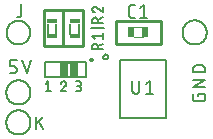
<source format=gto>
G04 EAGLE Gerber X2 export*
%TF.Part,Single*%
%TF.FileFunction,Other,Top Silkscreen*%
%TF.FilePolarity,Positive*%
%TF.GenerationSoftware,Autodesk,EAGLE,9.6.2*%
%TF.CreationDate,2024-01-02T09:51:12Z*%
G75*
%MOMM*%
%FSLAX34Y34*%
%LPD*%
%INTop Silkscreen*%
%AMOC8*
5,1,8,0,0,1.08239X$1,22.5*%
G01*
%ADD10C,0.203200*%
%ADD11C,0.152400*%
%ADD12C,0.254000*%
%ADD13C,0.200000*%
%ADD14C,0.127000*%
%ADD15C,0.101600*%
%ADD16R,0.500100X0.950000*%
%ADD17R,0.863600X0.406400*%
%ADD18R,0.650000X1.400000*%


D10*
X5217Y54465D02*
X8773Y54465D01*
X8868Y54467D01*
X8964Y54473D01*
X9059Y54482D01*
X9153Y54496D01*
X9247Y54513D01*
X9340Y54534D01*
X9433Y54559D01*
X9524Y54587D01*
X9614Y54619D01*
X9702Y54655D01*
X9789Y54694D01*
X9875Y54737D01*
X9959Y54783D01*
X10040Y54832D01*
X10120Y54885D01*
X10197Y54941D01*
X10273Y54999D01*
X10345Y55061D01*
X10415Y55126D01*
X10483Y55194D01*
X10548Y55264D01*
X10610Y55336D01*
X10668Y55412D01*
X10724Y55489D01*
X10777Y55569D01*
X10826Y55651D01*
X10872Y55734D01*
X10915Y55820D01*
X10954Y55907D01*
X10990Y55995D01*
X11022Y56085D01*
X11050Y56176D01*
X11075Y56269D01*
X11096Y56362D01*
X11113Y56456D01*
X11127Y56550D01*
X11136Y56645D01*
X11142Y56741D01*
X11144Y56836D01*
X11144Y58021D01*
X11142Y58116D01*
X11136Y58212D01*
X11127Y58307D01*
X11113Y58401D01*
X11096Y58495D01*
X11075Y58588D01*
X11050Y58681D01*
X11022Y58772D01*
X10990Y58862D01*
X10954Y58950D01*
X10915Y59037D01*
X10872Y59123D01*
X10826Y59207D01*
X10777Y59288D01*
X10724Y59368D01*
X10668Y59445D01*
X10610Y59521D01*
X10548Y59593D01*
X10483Y59663D01*
X10415Y59731D01*
X10345Y59796D01*
X10273Y59858D01*
X10197Y59916D01*
X10120Y59972D01*
X10040Y60025D01*
X9959Y60074D01*
X9875Y60120D01*
X9789Y60163D01*
X9702Y60202D01*
X9614Y60238D01*
X9524Y60270D01*
X9433Y60298D01*
X9340Y60323D01*
X9247Y60344D01*
X9153Y60361D01*
X9059Y60375D01*
X8964Y60384D01*
X8868Y60390D01*
X8773Y60392D01*
X5217Y60392D01*
X5217Y65133D01*
X11144Y65133D01*
X16054Y65133D02*
X19610Y54465D01*
X23166Y65133D01*
X108797Y101346D02*
X111167Y101346D01*
X108797Y101346D02*
X108702Y101348D01*
X108606Y101354D01*
X108511Y101363D01*
X108417Y101377D01*
X108323Y101394D01*
X108230Y101415D01*
X108137Y101440D01*
X108046Y101468D01*
X107956Y101500D01*
X107868Y101536D01*
X107781Y101575D01*
X107695Y101618D01*
X107611Y101664D01*
X107530Y101713D01*
X107450Y101766D01*
X107373Y101822D01*
X107297Y101880D01*
X107225Y101942D01*
X107155Y102007D01*
X107087Y102075D01*
X107022Y102145D01*
X106960Y102217D01*
X106902Y102293D01*
X106846Y102370D01*
X106793Y102450D01*
X106744Y102532D01*
X106698Y102615D01*
X106655Y102701D01*
X106616Y102788D01*
X106580Y102876D01*
X106548Y102966D01*
X106520Y103057D01*
X106495Y103150D01*
X106474Y103243D01*
X106457Y103337D01*
X106443Y103431D01*
X106434Y103526D01*
X106428Y103622D01*
X106426Y103717D01*
X106426Y109643D01*
X106428Y109738D01*
X106434Y109834D01*
X106443Y109929D01*
X106457Y110023D01*
X106474Y110117D01*
X106495Y110210D01*
X106520Y110303D01*
X106548Y110394D01*
X106580Y110484D01*
X106616Y110572D01*
X106655Y110659D01*
X106698Y110745D01*
X106744Y110828D01*
X106793Y110910D01*
X106846Y110990D01*
X106902Y111067D01*
X106960Y111143D01*
X107022Y111215D01*
X107087Y111285D01*
X107155Y111353D01*
X107225Y111418D01*
X107297Y111480D01*
X107373Y111538D01*
X107450Y111594D01*
X107530Y111647D01*
X107611Y111696D01*
X107695Y111742D01*
X107781Y111785D01*
X107868Y111824D01*
X107956Y111860D01*
X108046Y111892D01*
X108137Y111920D01*
X108230Y111945D01*
X108323Y111966D01*
X108417Y111983D01*
X108511Y111997D01*
X108606Y112006D01*
X108701Y112012D01*
X108797Y112014D01*
X111167Y112014D01*
X116001Y109643D02*
X118964Y112014D01*
X118964Y101346D01*
X116001Y101346D02*
X121927Y101346D01*
X165033Y36544D02*
X165033Y34766D01*
X165033Y36544D02*
X170960Y36544D01*
X170960Y32988D01*
X170958Y32893D01*
X170952Y32797D01*
X170943Y32702D01*
X170929Y32608D01*
X170912Y32514D01*
X170891Y32421D01*
X170866Y32328D01*
X170838Y32237D01*
X170806Y32147D01*
X170770Y32059D01*
X170731Y31972D01*
X170688Y31886D01*
X170642Y31803D01*
X170593Y31721D01*
X170540Y31641D01*
X170484Y31564D01*
X170426Y31488D01*
X170364Y31416D01*
X170299Y31346D01*
X170231Y31278D01*
X170161Y31213D01*
X170089Y31151D01*
X170013Y31093D01*
X169936Y31037D01*
X169856Y30984D01*
X169775Y30935D01*
X169691Y30889D01*
X169605Y30846D01*
X169518Y30807D01*
X169430Y30771D01*
X169340Y30739D01*
X169249Y30711D01*
X169156Y30686D01*
X169063Y30665D01*
X168969Y30648D01*
X168875Y30634D01*
X168780Y30625D01*
X168685Y30619D01*
X168589Y30617D01*
X162663Y30617D01*
X162568Y30619D01*
X162472Y30625D01*
X162377Y30634D01*
X162283Y30648D01*
X162189Y30665D01*
X162096Y30686D01*
X162003Y30711D01*
X161912Y30739D01*
X161822Y30771D01*
X161734Y30807D01*
X161647Y30846D01*
X161561Y30889D01*
X161478Y30935D01*
X161396Y30984D01*
X161316Y31037D01*
X161239Y31093D01*
X161163Y31151D01*
X161091Y31213D01*
X161021Y31278D01*
X160953Y31346D01*
X160888Y31416D01*
X160826Y31488D01*
X160768Y31564D01*
X160712Y31641D01*
X160659Y31721D01*
X160610Y31802D01*
X160564Y31886D01*
X160521Y31972D01*
X160482Y32059D01*
X160446Y32147D01*
X160414Y32237D01*
X160386Y32328D01*
X160361Y32421D01*
X160340Y32514D01*
X160323Y32608D01*
X160309Y32702D01*
X160300Y32797D01*
X160294Y32892D01*
X160292Y32988D01*
X160292Y36544D01*
X160292Y42809D02*
X170960Y42809D01*
X170960Y48736D02*
X160292Y42809D01*
X160292Y48736D02*
X170960Y48736D01*
X170960Y55001D02*
X160292Y55001D01*
X160292Y57964D01*
X160294Y58070D01*
X160300Y58175D01*
X160309Y58281D01*
X160322Y58386D01*
X160339Y58490D01*
X160360Y58594D01*
X160384Y58697D01*
X160412Y58799D01*
X160444Y58900D01*
X160479Y58999D01*
X160518Y59098D01*
X160560Y59195D01*
X160605Y59290D01*
X160654Y59384D01*
X160707Y59476D01*
X160762Y59566D01*
X160821Y59654D01*
X160883Y59740D01*
X160948Y59823D01*
X161016Y59904D01*
X161086Y59983D01*
X161160Y60059D01*
X161236Y60133D01*
X161315Y60203D01*
X161396Y60271D01*
X161479Y60336D01*
X161565Y60398D01*
X161653Y60457D01*
X161743Y60512D01*
X161835Y60565D01*
X161929Y60614D01*
X162024Y60659D01*
X162121Y60701D01*
X162220Y60740D01*
X162319Y60775D01*
X162420Y60807D01*
X162522Y60835D01*
X162625Y60859D01*
X162729Y60880D01*
X162833Y60897D01*
X162938Y60910D01*
X163044Y60919D01*
X163149Y60925D01*
X163255Y60927D01*
X163255Y60928D02*
X167997Y60928D01*
X167997Y60927D02*
X168103Y60925D01*
X168208Y60919D01*
X168314Y60910D01*
X168419Y60897D01*
X168523Y60880D01*
X168627Y60859D01*
X168730Y60835D01*
X168832Y60807D01*
X168933Y60775D01*
X169032Y60740D01*
X169131Y60701D01*
X169228Y60659D01*
X169323Y60614D01*
X169417Y60565D01*
X169509Y60512D01*
X169599Y60457D01*
X169687Y60398D01*
X169773Y60336D01*
X169856Y60271D01*
X169937Y60203D01*
X170016Y60133D01*
X170092Y60059D01*
X170166Y59983D01*
X170236Y59904D01*
X170304Y59823D01*
X170369Y59740D01*
X170431Y59654D01*
X170490Y59566D01*
X170545Y59476D01*
X170598Y59384D01*
X170647Y59290D01*
X170692Y59195D01*
X170734Y59098D01*
X170773Y58999D01*
X170808Y58900D01*
X170840Y58799D01*
X170868Y58697D01*
X170892Y58594D01*
X170913Y58490D01*
X170930Y58386D01*
X170943Y58281D01*
X170952Y58175D01*
X170958Y58070D01*
X170960Y57964D01*
X170960Y55001D01*
X15123Y104461D02*
X15123Y112758D01*
X15123Y104461D02*
X15121Y104366D01*
X15115Y104270D01*
X15106Y104175D01*
X15092Y104081D01*
X15075Y103987D01*
X15054Y103894D01*
X15029Y103801D01*
X15001Y103710D01*
X14969Y103620D01*
X14933Y103532D01*
X14894Y103445D01*
X14851Y103359D01*
X14805Y103275D01*
X14756Y103194D01*
X14703Y103114D01*
X14647Y103037D01*
X14589Y102961D01*
X14527Y102889D01*
X14462Y102819D01*
X14394Y102751D01*
X14324Y102686D01*
X14252Y102624D01*
X14176Y102566D01*
X14099Y102510D01*
X14019Y102457D01*
X13937Y102408D01*
X13854Y102362D01*
X13768Y102319D01*
X13681Y102280D01*
X13593Y102244D01*
X13503Y102212D01*
X13412Y102184D01*
X13319Y102159D01*
X13226Y102138D01*
X13132Y102121D01*
X13038Y102107D01*
X12943Y102098D01*
X12847Y102092D01*
X12752Y102090D01*
X11567Y102090D01*
X27442Y17508D02*
X27442Y6840D01*
X27442Y10989D02*
X33369Y17508D01*
X29813Y13359D02*
X33369Y6840D01*
D11*
X75296Y74493D02*
X83932Y74493D01*
X75296Y74493D02*
X75296Y76891D01*
X75295Y76891D02*
X75297Y76988D01*
X75303Y77084D01*
X75312Y77180D01*
X75326Y77276D01*
X75343Y77371D01*
X75365Y77465D01*
X75390Y77558D01*
X75418Y77651D01*
X75451Y77742D01*
X75487Y77831D01*
X75527Y77919D01*
X75570Y78006D01*
X75616Y78091D01*
X75666Y78173D01*
X75720Y78254D01*
X75776Y78332D01*
X75836Y78408D01*
X75898Y78482D01*
X75964Y78553D01*
X76032Y78621D01*
X76103Y78687D01*
X76177Y78749D01*
X76253Y78809D01*
X76331Y78865D01*
X76412Y78919D01*
X76495Y78969D01*
X76579Y79015D01*
X76666Y79058D01*
X76754Y79098D01*
X76843Y79134D01*
X76934Y79167D01*
X77027Y79195D01*
X77120Y79220D01*
X77214Y79242D01*
X77309Y79259D01*
X77405Y79273D01*
X77501Y79282D01*
X77597Y79288D01*
X77694Y79290D01*
X77791Y79288D01*
X77887Y79282D01*
X77983Y79273D01*
X78079Y79259D01*
X78174Y79242D01*
X78268Y79220D01*
X78361Y79195D01*
X78454Y79167D01*
X78545Y79134D01*
X78634Y79098D01*
X78722Y79058D01*
X78809Y79015D01*
X78894Y78969D01*
X78976Y78919D01*
X79057Y78865D01*
X79135Y78809D01*
X79211Y78749D01*
X79285Y78687D01*
X79356Y78621D01*
X79424Y78553D01*
X79490Y78482D01*
X79552Y78408D01*
X79612Y78332D01*
X79668Y78254D01*
X79722Y78173D01*
X79772Y78091D01*
X79818Y78006D01*
X79861Y77919D01*
X79901Y77831D01*
X79937Y77742D01*
X79970Y77651D01*
X79998Y77558D01*
X80023Y77465D01*
X80045Y77371D01*
X80062Y77276D01*
X80076Y77180D01*
X80085Y77084D01*
X80091Y76988D01*
X80093Y76891D01*
X80093Y74493D01*
X80093Y77371D02*
X83932Y79290D01*
X77215Y83552D02*
X75296Y85951D01*
X83932Y85951D01*
X83932Y83552D02*
X83932Y88350D01*
X85371Y92352D02*
X73856Y92352D01*
X75296Y96743D02*
X83932Y96743D01*
X75296Y96743D02*
X75296Y99142D01*
X75295Y99142D02*
X75297Y99239D01*
X75303Y99335D01*
X75312Y99431D01*
X75326Y99527D01*
X75343Y99622D01*
X75365Y99716D01*
X75390Y99809D01*
X75418Y99902D01*
X75451Y99993D01*
X75487Y100082D01*
X75527Y100170D01*
X75570Y100257D01*
X75616Y100342D01*
X75666Y100424D01*
X75720Y100505D01*
X75776Y100583D01*
X75836Y100659D01*
X75898Y100733D01*
X75964Y100804D01*
X76032Y100872D01*
X76103Y100938D01*
X76177Y101000D01*
X76253Y101060D01*
X76331Y101116D01*
X76412Y101170D01*
X76495Y101220D01*
X76579Y101266D01*
X76666Y101309D01*
X76754Y101349D01*
X76843Y101385D01*
X76934Y101418D01*
X77027Y101446D01*
X77120Y101471D01*
X77214Y101493D01*
X77309Y101510D01*
X77405Y101524D01*
X77501Y101533D01*
X77597Y101539D01*
X77694Y101541D01*
X77791Y101539D01*
X77887Y101533D01*
X77983Y101524D01*
X78079Y101510D01*
X78174Y101493D01*
X78268Y101471D01*
X78361Y101446D01*
X78454Y101418D01*
X78545Y101385D01*
X78634Y101349D01*
X78722Y101309D01*
X78809Y101266D01*
X78894Y101220D01*
X78976Y101170D01*
X79057Y101116D01*
X79135Y101060D01*
X79211Y101000D01*
X79285Y100938D01*
X79356Y100872D01*
X79424Y100804D01*
X79490Y100733D01*
X79552Y100659D01*
X79612Y100583D01*
X79668Y100505D01*
X79722Y100424D01*
X79772Y100342D01*
X79818Y100257D01*
X79861Y100170D01*
X79901Y100082D01*
X79937Y99993D01*
X79970Y99902D01*
X79998Y99809D01*
X80023Y99716D01*
X80045Y99622D01*
X80062Y99527D01*
X80076Y99431D01*
X80085Y99335D01*
X80091Y99239D01*
X80093Y99142D01*
X80093Y96743D01*
X80093Y99622D02*
X83932Y101541D01*
X75296Y108441D02*
X75298Y108533D01*
X75304Y108624D01*
X75313Y108715D01*
X75327Y108806D01*
X75344Y108896D01*
X75366Y108985D01*
X75391Y109073D01*
X75419Y109160D01*
X75452Y109246D01*
X75488Y109330D01*
X75527Y109413D01*
X75570Y109494D01*
X75617Y109573D01*
X75666Y109650D01*
X75719Y109725D01*
X75775Y109797D01*
X75834Y109867D01*
X75896Y109935D01*
X75961Y110000D01*
X76029Y110062D01*
X76099Y110121D01*
X76171Y110177D01*
X76246Y110230D01*
X76323Y110279D01*
X76402Y110326D01*
X76483Y110369D01*
X76566Y110408D01*
X76650Y110444D01*
X76736Y110477D01*
X76823Y110505D01*
X76911Y110530D01*
X77000Y110552D01*
X77090Y110569D01*
X77181Y110583D01*
X77272Y110592D01*
X77363Y110598D01*
X77455Y110600D01*
X75295Y108441D02*
X75297Y108338D01*
X75303Y108236D01*
X75312Y108134D01*
X75325Y108032D01*
X75342Y107931D01*
X75363Y107830D01*
X75387Y107731D01*
X75416Y107632D01*
X75447Y107535D01*
X75483Y107438D01*
X75521Y107343D01*
X75564Y107250D01*
X75610Y107158D01*
X75659Y107068D01*
X75711Y106980D01*
X75767Y106893D01*
X75826Y106809D01*
X75887Y106728D01*
X75952Y106648D01*
X76020Y106571D01*
X76091Y106496D01*
X76164Y106425D01*
X76240Y106356D01*
X76318Y106289D01*
X76399Y106226D01*
X76482Y106166D01*
X76567Y106109D01*
X76654Y106055D01*
X76744Y106004D01*
X76835Y105957D01*
X76927Y105913D01*
X77022Y105872D01*
X77117Y105835D01*
X77214Y105802D01*
X79134Y109880D02*
X79068Y109947D01*
X78999Y110011D01*
X78928Y110072D01*
X78854Y110130D01*
X78778Y110185D01*
X78700Y110237D01*
X78620Y110286D01*
X78538Y110332D01*
X78454Y110374D01*
X78368Y110413D01*
X78281Y110448D01*
X78193Y110479D01*
X78103Y110507D01*
X78013Y110532D01*
X77921Y110553D01*
X77829Y110570D01*
X77736Y110583D01*
X77643Y110592D01*
X77549Y110598D01*
X77455Y110600D01*
X79134Y109880D02*
X83932Y105802D01*
X83932Y110600D01*
D10*
X84593Y68230D02*
X84595Y68320D01*
X84601Y68410D01*
X84611Y68499D01*
X84625Y68588D01*
X84643Y68676D01*
X84664Y68763D01*
X84690Y68849D01*
X84719Y68934D01*
X84752Y69018D01*
X84789Y69100D01*
X84829Y69180D01*
X84873Y69259D01*
X84920Y69335D01*
X84971Y69410D01*
X85024Y69482D01*
X85081Y69551D01*
X85141Y69618D01*
X85204Y69683D01*
X85270Y69744D01*
X85338Y69803D01*
X85409Y69858D01*
X85482Y69910D01*
X85558Y69959D01*
X85635Y70005D01*
X85715Y70047D01*
X85796Y70085D01*
X85879Y70120D01*
X85963Y70151D01*
X86049Y70179D01*
X86135Y70202D01*
X86223Y70222D01*
X86312Y70238D01*
X86401Y70250D01*
X86490Y70258D01*
X86580Y70262D01*
X86670Y70262D01*
X86760Y70258D01*
X86849Y70250D01*
X86938Y70238D01*
X87027Y70222D01*
X87115Y70202D01*
X87201Y70179D01*
X87287Y70151D01*
X87371Y70120D01*
X87454Y70085D01*
X87535Y70047D01*
X87615Y70005D01*
X87692Y69959D01*
X87768Y69910D01*
X87841Y69858D01*
X87912Y69803D01*
X87980Y69744D01*
X88046Y69683D01*
X88109Y69618D01*
X88169Y69551D01*
X88226Y69482D01*
X88279Y69410D01*
X88330Y69335D01*
X88377Y69259D01*
X88421Y69180D01*
X88461Y69100D01*
X88498Y69018D01*
X88531Y68934D01*
X88560Y68849D01*
X88586Y68763D01*
X88607Y68676D01*
X88625Y68588D01*
X88639Y68499D01*
X88649Y68410D01*
X88655Y68320D01*
X88657Y68230D01*
X88655Y68140D01*
X88649Y68050D01*
X88639Y67961D01*
X88625Y67872D01*
X88607Y67784D01*
X88586Y67697D01*
X88560Y67611D01*
X88531Y67526D01*
X88498Y67442D01*
X88461Y67360D01*
X88421Y67280D01*
X88377Y67201D01*
X88330Y67125D01*
X88279Y67050D01*
X88226Y66978D01*
X88169Y66909D01*
X88109Y66842D01*
X88046Y66777D01*
X87980Y66716D01*
X87912Y66657D01*
X87841Y66602D01*
X87768Y66550D01*
X87692Y66501D01*
X87615Y66455D01*
X87535Y66413D01*
X87454Y66375D01*
X87371Y66340D01*
X87287Y66309D01*
X87201Y66281D01*
X87115Y66258D01*
X87027Y66238D01*
X86938Y66222D01*
X86849Y66210D01*
X86760Y66202D01*
X86670Y66198D01*
X86580Y66198D01*
X86490Y66202D01*
X86401Y66210D01*
X86312Y66222D01*
X86223Y66238D01*
X86135Y66258D01*
X86049Y66281D01*
X85963Y66309D01*
X85879Y66340D01*
X85796Y66375D01*
X85715Y66413D01*
X85635Y66455D01*
X85558Y66501D01*
X85482Y66550D01*
X85409Y66602D01*
X85338Y66657D01*
X85270Y66716D01*
X85204Y66777D01*
X85141Y66842D01*
X85081Y66909D01*
X85024Y66978D01*
X84971Y67050D01*
X84920Y67125D01*
X84873Y67201D01*
X84829Y67280D01*
X84789Y67360D01*
X84752Y67442D01*
X84719Y67526D01*
X84690Y67611D01*
X84664Y67697D01*
X84643Y67784D01*
X84625Y67872D01*
X84611Y67961D01*
X84601Y68050D01*
X84595Y68140D01*
X84593Y68230D01*
X109201Y47594D02*
X109201Y39889D01*
X109203Y39782D01*
X109209Y39675D01*
X109218Y39569D01*
X109232Y39463D01*
X109249Y39357D01*
X109270Y39252D01*
X109295Y39148D01*
X109324Y39045D01*
X109356Y38943D01*
X109392Y38842D01*
X109432Y38743D01*
X109475Y38645D01*
X109522Y38549D01*
X109572Y38454D01*
X109625Y38361D01*
X109682Y38271D01*
X109742Y38182D01*
X109805Y38096D01*
X109871Y38012D01*
X109941Y37930D01*
X110013Y37851D01*
X110088Y37775D01*
X110166Y37701D01*
X110246Y37631D01*
X110329Y37563D01*
X110414Y37498D01*
X110501Y37437D01*
X110591Y37378D01*
X110682Y37323D01*
X110776Y37271D01*
X110872Y37223D01*
X110969Y37178D01*
X111067Y37136D01*
X111167Y37099D01*
X111269Y37064D01*
X111371Y37034D01*
X111475Y37007D01*
X111579Y36984D01*
X111685Y36965D01*
X111791Y36950D01*
X111897Y36938D01*
X112004Y36930D01*
X112111Y36926D01*
X112217Y36926D01*
X112324Y36930D01*
X112431Y36938D01*
X112537Y36950D01*
X112643Y36965D01*
X112749Y36984D01*
X112853Y37007D01*
X112957Y37034D01*
X113059Y37064D01*
X113161Y37099D01*
X113261Y37136D01*
X113359Y37178D01*
X113456Y37223D01*
X113552Y37271D01*
X113645Y37323D01*
X113737Y37378D01*
X113827Y37437D01*
X113914Y37498D01*
X113999Y37563D01*
X114082Y37631D01*
X114162Y37701D01*
X114240Y37775D01*
X114315Y37851D01*
X114387Y37930D01*
X114457Y38012D01*
X114523Y38096D01*
X114586Y38182D01*
X114646Y38271D01*
X114703Y38361D01*
X114756Y38454D01*
X114806Y38549D01*
X114853Y38645D01*
X114896Y38743D01*
X114936Y38842D01*
X114972Y38943D01*
X115004Y39045D01*
X115033Y39148D01*
X115058Y39252D01*
X115079Y39357D01*
X115096Y39463D01*
X115110Y39569D01*
X115119Y39675D01*
X115125Y39782D01*
X115127Y39889D01*
X115128Y39889D02*
X115128Y47594D01*
X121012Y45223D02*
X123975Y47594D01*
X123975Y36926D01*
X121012Y36926D02*
X126939Y36926D01*
X2660Y88900D02*
X2663Y89146D01*
X2672Y89393D01*
X2687Y89639D01*
X2708Y89884D01*
X2736Y90129D01*
X2769Y90373D01*
X2808Y90616D01*
X2853Y90859D01*
X2904Y91100D01*
X2961Y91340D01*
X3024Y91578D01*
X3092Y91814D01*
X3167Y92049D01*
X3247Y92282D01*
X3333Y92513D01*
X3424Y92742D01*
X3521Y92969D01*
X3624Y93193D01*
X3732Y93414D01*
X3846Y93633D01*
X3964Y93849D01*
X4088Y94062D01*
X4218Y94271D01*
X4352Y94478D01*
X4491Y94681D01*
X4636Y94881D01*
X4785Y95077D01*
X4939Y95269D01*
X5098Y95458D01*
X5261Y95642D01*
X5429Y95823D01*
X5601Y95999D01*
X5777Y96171D01*
X5958Y96339D01*
X6142Y96502D01*
X6331Y96661D01*
X6523Y96815D01*
X6719Y96964D01*
X6919Y97109D01*
X7122Y97248D01*
X7329Y97382D01*
X7538Y97512D01*
X7751Y97636D01*
X7967Y97754D01*
X8186Y97868D01*
X8407Y97976D01*
X8631Y98079D01*
X8858Y98176D01*
X9087Y98267D01*
X9318Y98353D01*
X9551Y98433D01*
X9786Y98508D01*
X10022Y98576D01*
X10260Y98639D01*
X10500Y98696D01*
X10741Y98747D01*
X10984Y98792D01*
X11227Y98831D01*
X11471Y98864D01*
X11716Y98892D01*
X11961Y98913D01*
X12207Y98928D01*
X12454Y98937D01*
X12700Y98940D01*
X12946Y98937D01*
X13193Y98928D01*
X13439Y98913D01*
X13684Y98892D01*
X13929Y98864D01*
X14173Y98831D01*
X14416Y98792D01*
X14659Y98747D01*
X14900Y98696D01*
X15140Y98639D01*
X15378Y98576D01*
X15614Y98508D01*
X15849Y98433D01*
X16082Y98353D01*
X16313Y98267D01*
X16542Y98176D01*
X16769Y98079D01*
X16993Y97976D01*
X17214Y97868D01*
X17433Y97754D01*
X17649Y97636D01*
X17862Y97512D01*
X18071Y97382D01*
X18278Y97248D01*
X18481Y97109D01*
X18681Y96964D01*
X18877Y96815D01*
X19069Y96661D01*
X19258Y96502D01*
X19442Y96339D01*
X19623Y96171D01*
X19799Y95999D01*
X19971Y95823D01*
X20139Y95642D01*
X20302Y95458D01*
X20461Y95269D01*
X20615Y95077D01*
X20764Y94881D01*
X20909Y94681D01*
X21048Y94478D01*
X21182Y94271D01*
X21312Y94062D01*
X21436Y93849D01*
X21554Y93633D01*
X21668Y93414D01*
X21776Y93193D01*
X21879Y92969D01*
X21976Y92742D01*
X22067Y92513D01*
X22153Y92282D01*
X22233Y92049D01*
X22308Y91814D01*
X22376Y91578D01*
X22439Y91340D01*
X22496Y91100D01*
X22547Y90859D01*
X22592Y90616D01*
X22631Y90373D01*
X22664Y90129D01*
X22692Y89884D01*
X22713Y89639D01*
X22728Y89393D01*
X22737Y89146D01*
X22740Y88900D01*
X22737Y88654D01*
X22728Y88407D01*
X22713Y88161D01*
X22692Y87916D01*
X22664Y87671D01*
X22631Y87427D01*
X22592Y87184D01*
X22547Y86941D01*
X22496Y86700D01*
X22439Y86460D01*
X22376Y86222D01*
X22308Y85986D01*
X22233Y85751D01*
X22153Y85518D01*
X22067Y85287D01*
X21976Y85058D01*
X21879Y84831D01*
X21776Y84607D01*
X21668Y84386D01*
X21554Y84167D01*
X21436Y83951D01*
X21312Y83738D01*
X21182Y83529D01*
X21048Y83322D01*
X20909Y83119D01*
X20764Y82919D01*
X20615Y82723D01*
X20461Y82531D01*
X20302Y82342D01*
X20139Y82158D01*
X19971Y81977D01*
X19799Y81801D01*
X19623Y81629D01*
X19442Y81461D01*
X19258Y81298D01*
X19069Y81139D01*
X18877Y80985D01*
X18681Y80836D01*
X18481Y80691D01*
X18278Y80552D01*
X18071Y80418D01*
X17862Y80288D01*
X17649Y80164D01*
X17433Y80046D01*
X17214Y79932D01*
X16993Y79824D01*
X16769Y79721D01*
X16542Y79624D01*
X16313Y79533D01*
X16082Y79447D01*
X15849Y79367D01*
X15614Y79292D01*
X15378Y79224D01*
X15140Y79161D01*
X14900Y79104D01*
X14659Y79053D01*
X14416Y79008D01*
X14173Y78969D01*
X13929Y78936D01*
X13684Y78908D01*
X13439Y78887D01*
X13193Y78872D01*
X12946Y78863D01*
X12700Y78860D01*
X12454Y78863D01*
X12207Y78872D01*
X11961Y78887D01*
X11716Y78908D01*
X11471Y78936D01*
X11227Y78969D01*
X10984Y79008D01*
X10741Y79053D01*
X10500Y79104D01*
X10260Y79161D01*
X10022Y79224D01*
X9786Y79292D01*
X9551Y79367D01*
X9318Y79447D01*
X9087Y79533D01*
X8858Y79624D01*
X8631Y79721D01*
X8407Y79824D01*
X8186Y79932D01*
X7967Y80046D01*
X7751Y80164D01*
X7538Y80288D01*
X7329Y80418D01*
X7122Y80552D01*
X6919Y80691D01*
X6719Y80836D01*
X6523Y80985D01*
X6331Y81139D01*
X6142Y81298D01*
X5958Y81461D01*
X5777Y81629D01*
X5601Y81801D01*
X5429Y81977D01*
X5261Y82158D01*
X5098Y82342D01*
X4939Y82531D01*
X4785Y82723D01*
X4636Y82919D01*
X4491Y83119D01*
X4352Y83322D01*
X4218Y83529D01*
X4088Y83738D01*
X3964Y83951D01*
X3846Y84167D01*
X3732Y84386D01*
X3624Y84607D01*
X3521Y84831D01*
X3424Y85058D01*
X3333Y85287D01*
X3247Y85518D01*
X3167Y85751D01*
X3092Y85986D01*
X3024Y86222D01*
X2961Y86460D01*
X2904Y86700D01*
X2853Y86941D01*
X2808Y87184D01*
X2769Y87427D01*
X2736Y87671D01*
X2708Y87916D01*
X2687Y88161D01*
X2672Y88407D01*
X2663Y88654D01*
X2660Y88900D01*
X2461Y38100D02*
X2464Y38351D01*
X2473Y38602D01*
X2489Y38853D01*
X2510Y39104D01*
X2538Y39353D01*
X2572Y39602D01*
X2612Y39850D01*
X2658Y40098D01*
X2710Y40343D01*
X2768Y40588D01*
X2832Y40831D01*
X2902Y41072D01*
X2978Y41312D01*
X3060Y41549D01*
X3147Y41785D01*
X3240Y42018D01*
X3339Y42249D01*
X3444Y42478D01*
X3554Y42704D01*
X3670Y42927D01*
X3791Y43147D01*
X3918Y43364D01*
X4050Y43578D01*
X4187Y43788D01*
X4329Y43996D01*
X4476Y44199D01*
X4628Y44399D01*
X4785Y44596D01*
X4947Y44788D01*
X5113Y44976D01*
X5284Y45160D01*
X5460Y45340D01*
X5640Y45516D01*
X5824Y45687D01*
X6012Y45853D01*
X6204Y46015D01*
X6401Y46172D01*
X6601Y46324D01*
X6804Y46471D01*
X7012Y46613D01*
X7222Y46750D01*
X7436Y46882D01*
X7653Y47009D01*
X7873Y47130D01*
X8096Y47246D01*
X8322Y47356D01*
X8551Y47461D01*
X8782Y47560D01*
X9015Y47653D01*
X9251Y47740D01*
X9488Y47822D01*
X9728Y47898D01*
X9969Y47968D01*
X10212Y48032D01*
X10457Y48090D01*
X10702Y48142D01*
X10950Y48188D01*
X11198Y48228D01*
X11447Y48262D01*
X11696Y48290D01*
X11947Y48311D01*
X12198Y48327D01*
X12449Y48336D01*
X12700Y48339D01*
X12951Y48336D01*
X13202Y48327D01*
X13453Y48311D01*
X13704Y48290D01*
X13953Y48262D01*
X14202Y48228D01*
X14450Y48188D01*
X14698Y48142D01*
X14943Y48090D01*
X15188Y48032D01*
X15431Y47968D01*
X15672Y47898D01*
X15912Y47822D01*
X16149Y47740D01*
X16385Y47653D01*
X16618Y47560D01*
X16849Y47461D01*
X17078Y47356D01*
X17304Y47246D01*
X17527Y47130D01*
X17747Y47009D01*
X17964Y46882D01*
X18178Y46750D01*
X18388Y46613D01*
X18596Y46471D01*
X18799Y46324D01*
X18999Y46172D01*
X19196Y46015D01*
X19388Y45853D01*
X19576Y45687D01*
X19760Y45516D01*
X19940Y45340D01*
X20116Y45160D01*
X20287Y44976D01*
X20453Y44788D01*
X20615Y44596D01*
X20772Y44399D01*
X20924Y44199D01*
X21071Y43996D01*
X21213Y43788D01*
X21350Y43578D01*
X21482Y43364D01*
X21609Y43147D01*
X21730Y42927D01*
X21846Y42704D01*
X21956Y42478D01*
X22061Y42249D01*
X22160Y42018D01*
X22253Y41785D01*
X22340Y41549D01*
X22422Y41312D01*
X22498Y41072D01*
X22568Y40831D01*
X22632Y40588D01*
X22690Y40343D01*
X22742Y40098D01*
X22788Y39850D01*
X22828Y39602D01*
X22862Y39353D01*
X22890Y39104D01*
X22911Y38853D01*
X22927Y38602D01*
X22936Y38351D01*
X22939Y38100D01*
X22936Y37849D01*
X22927Y37598D01*
X22911Y37347D01*
X22890Y37096D01*
X22862Y36847D01*
X22828Y36598D01*
X22788Y36350D01*
X22742Y36102D01*
X22690Y35857D01*
X22632Y35612D01*
X22568Y35369D01*
X22498Y35128D01*
X22422Y34888D01*
X22340Y34651D01*
X22253Y34415D01*
X22160Y34182D01*
X22061Y33951D01*
X21956Y33722D01*
X21846Y33496D01*
X21730Y33273D01*
X21609Y33053D01*
X21482Y32836D01*
X21350Y32622D01*
X21213Y32412D01*
X21071Y32204D01*
X20924Y32001D01*
X20772Y31801D01*
X20615Y31604D01*
X20453Y31412D01*
X20287Y31224D01*
X20116Y31040D01*
X19940Y30860D01*
X19760Y30684D01*
X19576Y30513D01*
X19388Y30347D01*
X19196Y30185D01*
X18999Y30028D01*
X18799Y29876D01*
X18596Y29729D01*
X18388Y29587D01*
X18178Y29450D01*
X17964Y29318D01*
X17747Y29191D01*
X17527Y29070D01*
X17304Y28954D01*
X17078Y28844D01*
X16849Y28739D01*
X16618Y28640D01*
X16385Y28547D01*
X16149Y28460D01*
X15912Y28378D01*
X15672Y28302D01*
X15431Y28232D01*
X15188Y28168D01*
X14943Y28110D01*
X14698Y28058D01*
X14450Y28012D01*
X14202Y27972D01*
X13953Y27938D01*
X13704Y27910D01*
X13453Y27889D01*
X13202Y27873D01*
X12951Y27864D01*
X12700Y27861D01*
X12449Y27864D01*
X12198Y27873D01*
X11947Y27889D01*
X11696Y27910D01*
X11447Y27938D01*
X11198Y27972D01*
X10950Y28012D01*
X10702Y28058D01*
X10457Y28110D01*
X10212Y28168D01*
X9969Y28232D01*
X9728Y28302D01*
X9488Y28378D01*
X9251Y28460D01*
X9015Y28547D01*
X8782Y28640D01*
X8551Y28739D01*
X8322Y28844D01*
X8096Y28954D01*
X7873Y29070D01*
X7653Y29191D01*
X7436Y29318D01*
X7222Y29450D01*
X7012Y29587D01*
X6804Y29729D01*
X6601Y29876D01*
X6401Y30028D01*
X6204Y30185D01*
X6012Y30347D01*
X5824Y30513D01*
X5640Y30684D01*
X5460Y30860D01*
X5284Y31040D01*
X5113Y31224D01*
X4947Y31412D01*
X4785Y31604D01*
X4628Y31801D01*
X4476Y32001D01*
X4329Y32204D01*
X4187Y32412D01*
X4050Y32622D01*
X3918Y32836D01*
X3791Y33053D01*
X3670Y33273D01*
X3554Y33496D01*
X3444Y33722D01*
X3339Y33951D01*
X3240Y34182D01*
X3147Y34415D01*
X3060Y34651D01*
X2978Y34888D01*
X2902Y35128D01*
X2832Y35369D01*
X2768Y35612D01*
X2710Y35857D01*
X2658Y36102D01*
X2612Y36350D01*
X2572Y36598D01*
X2538Y36847D01*
X2510Y37096D01*
X2489Y37347D01*
X2473Y37598D01*
X2464Y37849D01*
X2461Y38100D01*
X2461Y12700D02*
X2464Y12951D01*
X2473Y13202D01*
X2489Y13453D01*
X2510Y13704D01*
X2538Y13953D01*
X2572Y14202D01*
X2612Y14450D01*
X2658Y14698D01*
X2710Y14943D01*
X2768Y15188D01*
X2832Y15431D01*
X2902Y15672D01*
X2978Y15912D01*
X3060Y16149D01*
X3147Y16385D01*
X3240Y16618D01*
X3339Y16849D01*
X3444Y17078D01*
X3554Y17304D01*
X3670Y17527D01*
X3791Y17747D01*
X3918Y17964D01*
X4050Y18178D01*
X4187Y18388D01*
X4329Y18596D01*
X4476Y18799D01*
X4628Y18999D01*
X4785Y19196D01*
X4947Y19388D01*
X5113Y19576D01*
X5284Y19760D01*
X5460Y19940D01*
X5640Y20116D01*
X5824Y20287D01*
X6012Y20453D01*
X6204Y20615D01*
X6401Y20772D01*
X6601Y20924D01*
X6804Y21071D01*
X7012Y21213D01*
X7222Y21350D01*
X7436Y21482D01*
X7653Y21609D01*
X7873Y21730D01*
X8096Y21846D01*
X8322Y21956D01*
X8551Y22061D01*
X8782Y22160D01*
X9015Y22253D01*
X9251Y22340D01*
X9488Y22422D01*
X9728Y22498D01*
X9969Y22568D01*
X10212Y22632D01*
X10457Y22690D01*
X10702Y22742D01*
X10950Y22788D01*
X11198Y22828D01*
X11447Y22862D01*
X11696Y22890D01*
X11947Y22911D01*
X12198Y22927D01*
X12449Y22936D01*
X12700Y22939D01*
X12951Y22936D01*
X13202Y22927D01*
X13453Y22911D01*
X13704Y22890D01*
X13953Y22862D01*
X14202Y22828D01*
X14450Y22788D01*
X14698Y22742D01*
X14943Y22690D01*
X15188Y22632D01*
X15431Y22568D01*
X15672Y22498D01*
X15912Y22422D01*
X16149Y22340D01*
X16385Y22253D01*
X16618Y22160D01*
X16849Y22061D01*
X17078Y21956D01*
X17304Y21846D01*
X17527Y21730D01*
X17747Y21609D01*
X17964Y21482D01*
X18178Y21350D01*
X18388Y21213D01*
X18596Y21071D01*
X18799Y20924D01*
X18999Y20772D01*
X19196Y20615D01*
X19388Y20453D01*
X19576Y20287D01*
X19760Y20116D01*
X19940Y19940D01*
X20116Y19760D01*
X20287Y19576D01*
X20453Y19388D01*
X20615Y19196D01*
X20772Y18999D01*
X20924Y18799D01*
X21071Y18596D01*
X21213Y18388D01*
X21350Y18178D01*
X21482Y17964D01*
X21609Y17747D01*
X21730Y17527D01*
X21846Y17304D01*
X21956Y17078D01*
X22061Y16849D01*
X22160Y16618D01*
X22253Y16385D01*
X22340Y16149D01*
X22422Y15912D01*
X22498Y15672D01*
X22568Y15431D01*
X22632Y15188D01*
X22690Y14943D01*
X22742Y14698D01*
X22788Y14450D01*
X22828Y14202D01*
X22862Y13953D01*
X22890Y13704D01*
X22911Y13453D01*
X22927Y13202D01*
X22936Y12951D01*
X22939Y12700D01*
X22936Y12449D01*
X22927Y12198D01*
X22911Y11947D01*
X22890Y11696D01*
X22862Y11447D01*
X22828Y11198D01*
X22788Y10950D01*
X22742Y10702D01*
X22690Y10457D01*
X22632Y10212D01*
X22568Y9969D01*
X22498Y9728D01*
X22422Y9488D01*
X22340Y9251D01*
X22253Y9015D01*
X22160Y8782D01*
X22061Y8551D01*
X21956Y8322D01*
X21846Y8096D01*
X21730Y7873D01*
X21609Y7653D01*
X21482Y7436D01*
X21350Y7222D01*
X21213Y7012D01*
X21071Y6804D01*
X20924Y6601D01*
X20772Y6401D01*
X20615Y6204D01*
X20453Y6012D01*
X20287Y5824D01*
X20116Y5640D01*
X19940Y5460D01*
X19760Y5284D01*
X19576Y5113D01*
X19388Y4947D01*
X19196Y4785D01*
X18999Y4628D01*
X18799Y4476D01*
X18596Y4329D01*
X18388Y4187D01*
X18178Y4050D01*
X17964Y3918D01*
X17747Y3791D01*
X17527Y3670D01*
X17304Y3554D01*
X17078Y3444D01*
X16849Y3339D01*
X16618Y3240D01*
X16385Y3147D01*
X16149Y3060D01*
X15912Y2978D01*
X15672Y2902D01*
X15431Y2832D01*
X15188Y2768D01*
X14943Y2710D01*
X14698Y2658D01*
X14450Y2612D01*
X14202Y2572D01*
X13953Y2538D01*
X13704Y2510D01*
X13453Y2489D01*
X13202Y2473D01*
X12951Y2464D01*
X12700Y2461D01*
X12449Y2464D01*
X12198Y2473D01*
X11947Y2489D01*
X11696Y2510D01*
X11447Y2538D01*
X11198Y2572D01*
X10950Y2612D01*
X10702Y2658D01*
X10457Y2710D01*
X10212Y2768D01*
X9969Y2832D01*
X9728Y2902D01*
X9488Y2978D01*
X9251Y3060D01*
X9015Y3147D01*
X8782Y3240D01*
X8551Y3339D01*
X8322Y3444D01*
X8096Y3554D01*
X7873Y3670D01*
X7653Y3791D01*
X7436Y3918D01*
X7222Y4050D01*
X7012Y4187D01*
X6804Y4329D01*
X6601Y4476D01*
X6401Y4628D01*
X6204Y4785D01*
X6012Y4947D01*
X5824Y5113D01*
X5640Y5284D01*
X5460Y5460D01*
X5284Y5640D01*
X5113Y5824D01*
X4947Y6012D01*
X4785Y6204D01*
X4628Y6401D01*
X4476Y6601D01*
X4329Y6804D01*
X4187Y7012D01*
X4050Y7222D01*
X3918Y7436D01*
X3791Y7653D01*
X3670Y7873D01*
X3554Y8096D01*
X3444Y8322D01*
X3339Y8551D01*
X3240Y8782D01*
X3147Y9015D01*
X3060Y9251D01*
X2978Y9488D01*
X2902Y9728D01*
X2832Y9969D01*
X2768Y10212D01*
X2710Y10457D01*
X2658Y10702D01*
X2612Y10950D01*
X2572Y11198D01*
X2538Y11447D01*
X2510Y11696D01*
X2489Y11947D01*
X2473Y12198D01*
X2464Y12449D01*
X2461Y12700D01*
X151686Y88900D02*
X151689Y89151D01*
X151698Y89402D01*
X151714Y89653D01*
X151735Y89904D01*
X151763Y90153D01*
X151797Y90402D01*
X151837Y90650D01*
X151883Y90898D01*
X151935Y91143D01*
X151993Y91388D01*
X152057Y91631D01*
X152127Y91872D01*
X152203Y92112D01*
X152285Y92349D01*
X152372Y92585D01*
X152465Y92818D01*
X152564Y93049D01*
X152669Y93278D01*
X152779Y93504D01*
X152895Y93727D01*
X153016Y93947D01*
X153143Y94164D01*
X153275Y94378D01*
X153412Y94588D01*
X153554Y94796D01*
X153701Y94999D01*
X153853Y95199D01*
X154010Y95396D01*
X154172Y95588D01*
X154338Y95776D01*
X154509Y95960D01*
X154685Y96140D01*
X154865Y96316D01*
X155049Y96487D01*
X155237Y96653D01*
X155429Y96815D01*
X155626Y96972D01*
X155826Y97124D01*
X156029Y97271D01*
X156237Y97413D01*
X156447Y97550D01*
X156661Y97682D01*
X156878Y97809D01*
X157098Y97930D01*
X157321Y98046D01*
X157547Y98156D01*
X157776Y98261D01*
X158007Y98360D01*
X158240Y98453D01*
X158476Y98540D01*
X158713Y98622D01*
X158953Y98698D01*
X159194Y98768D01*
X159437Y98832D01*
X159682Y98890D01*
X159927Y98942D01*
X160175Y98988D01*
X160423Y99028D01*
X160672Y99062D01*
X160921Y99090D01*
X161172Y99111D01*
X161423Y99127D01*
X161674Y99136D01*
X161925Y99139D01*
X162176Y99136D01*
X162427Y99127D01*
X162678Y99111D01*
X162929Y99090D01*
X163178Y99062D01*
X163427Y99028D01*
X163675Y98988D01*
X163923Y98942D01*
X164168Y98890D01*
X164413Y98832D01*
X164656Y98768D01*
X164897Y98698D01*
X165137Y98622D01*
X165374Y98540D01*
X165610Y98453D01*
X165843Y98360D01*
X166074Y98261D01*
X166303Y98156D01*
X166529Y98046D01*
X166752Y97930D01*
X166972Y97809D01*
X167189Y97682D01*
X167403Y97550D01*
X167613Y97413D01*
X167821Y97271D01*
X168024Y97124D01*
X168224Y96972D01*
X168421Y96815D01*
X168613Y96653D01*
X168801Y96487D01*
X168985Y96316D01*
X169165Y96140D01*
X169341Y95960D01*
X169512Y95776D01*
X169678Y95588D01*
X169840Y95396D01*
X169997Y95199D01*
X170149Y94999D01*
X170296Y94796D01*
X170438Y94588D01*
X170575Y94378D01*
X170707Y94164D01*
X170834Y93947D01*
X170955Y93727D01*
X171071Y93504D01*
X171181Y93278D01*
X171286Y93049D01*
X171385Y92818D01*
X171478Y92585D01*
X171565Y92349D01*
X171647Y92112D01*
X171723Y91872D01*
X171793Y91631D01*
X171857Y91388D01*
X171915Y91143D01*
X171967Y90898D01*
X172013Y90650D01*
X172053Y90402D01*
X172087Y90153D01*
X172115Y89904D01*
X172136Y89653D01*
X172152Y89402D01*
X172161Y89151D01*
X172164Y88900D01*
X172161Y88649D01*
X172152Y88398D01*
X172136Y88147D01*
X172115Y87896D01*
X172087Y87647D01*
X172053Y87398D01*
X172013Y87150D01*
X171967Y86902D01*
X171915Y86657D01*
X171857Y86412D01*
X171793Y86169D01*
X171723Y85928D01*
X171647Y85688D01*
X171565Y85451D01*
X171478Y85215D01*
X171385Y84982D01*
X171286Y84751D01*
X171181Y84522D01*
X171071Y84296D01*
X170955Y84073D01*
X170834Y83853D01*
X170707Y83636D01*
X170575Y83422D01*
X170438Y83212D01*
X170296Y83004D01*
X170149Y82801D01*
X169997Y82601D01*
X169840Y82404D01*
X169678Y82212D01*
X169512Y82024D01*
X169341Y81840D01*
X169165Y81660D01*
X168985Y81484D01*
X168801Y81313D01*
X168613Y81147D01*
X168421Y80985D01*
X168224Y80828D01*
X168024Y80676D01*
X167821Y80529D01*
X167613Y80387D01*
X167403Y80250D01*
X167189Y80118D01*
X166972Y79991D01*
X166752Y79870D01*
X166529Y79754D01*
X166303Y79644D01*
X166074Y79539D01*
X165843Y79440D01*
X165610Y79347D01*
X165374Y79260D01*
X165137Y79178D01*
X164897Y79102D01*
X164656Y79032D01*
X164413Y78968D01*
X164168Y78910D01*
X163923Y78858D01*
X163675Y78812D01*
X163427Y78772D01*
X163178Y78738D01*
X162929Y78710D01*
X162678Y78689D01*
X162427Y78673D01*
X162176Y78664D01*
X161925Y78661D01*
X161674Y78664D01*
X161423Y78673D01*
X161172Y78689D01*
X160921Y78710D01*
X160672Y78738D01*
X160423Y78772D01*
X160175Y78812D01*
X159927Y78858D01*
X159682Y78910D01*
X159437Y78968D01*
X159194Y79032D01*
X158953Y79102D01*
X158713Y79178D01*
X158476Y79260D01*
X158240Y79347D01*
X158007Y79440D01*
X157776Y79539D01*
X157547Y79644D01*
X157321Y79754D01*
X157098Y79870D01*
X156878Y79991D01*
X156661Y80118D01*
X156447Y80250D01*
X156237Y80387D01*
X156029Y80529D01*
X155826Y80676D01*
X155626Y80828D01*
X155429Y80985D01*
X155237Y81147D01*
X155049Y81313D01*
X154865Y81484D01*
X154685Y81660D01*
X154509Y81840D01*
X154338Y82024D01*
X154172Y82212D01*
X154010Y82404D01*
X153853Y82601D01*
X153701Y82801D01*
X153554Y83004D01*
X153412Y83212D01*
X153275Y83422D01*
X153143Y83636D01*
X153016Y83853D01*
X152895Y84073D01*
X152779Y84296D01*
X152669Y84522D01*
X152564Y84751D01*
X152465Y84982D01*
X152372Y85215D01*
X152285Y85451D01*
X152203Y85688D01*
X152127Y85928D01*
X152057Y86169D01*
X151993Y86412D01*
X151935Y86657D01*
X151883Y86902D01*
X151837Y87150D01*
X151797Y87398D01*
X151763Y87647D01*
X151735Y87896D01*
X151714Y88147D01*
X151698Y88398D01*
X151689Y88649D01*
X151686Y88900D01*
D12*
X133350Y98425D02*
X95250Y98425D01*
X133350Y98425D02*
X133350Y79375D01*
X95250Y79375D01*
X95250Y98425D01*
D10*
X34925Y63500D02*
X34925Y50800D01*
X69850Y50800D01*
X69850Y63500D01*
X34925Y63500D01*
D11*
X38086Y47498D02*
X35687Y45579D01*
X38086Y47498D02*
X38086Y38862D01*
X35687Y38862D02*
X40485Y38862D01*
X51026Y47498D02*
X51118Y47496D01*
X51209Y47490D01*
X51300Y47481D01*
X51391Y47467D01*
X51481Y47450D01*
X51570Y47428D01*
X51658Y47403D01*
X51745Y47375D01*
X51831Y47342D01*
X51915Y47306D01*
X51998Y47267D01*
X52079Y47224D01*
X52158Y47177D01*
X52235Y47128D01*
X52310Y47075D01*
X52382Y47019D01*
X52452Y46960D01*
X52520Y46898D01*
X52585Y46833D01*
X52647Y46765D01*
X52706Y46695D01*
X52762Y46623D01*
X52815Y46548D01*
X52864Y46471D01*
X52911Y46392D01*
X52954Y46311D01*
X52993Y46228D01*
X53029Y46144D01*
X53062Y46058D01*
X53090Y45971D01*
X53115Y45883D01*
X53137Y45794D01*
X53154Y45704D01*
X53168Y45613D01*
X53177Y45522D01*
X53183Y45431D01*
X53185Y45339D01*
X51026Y47498D02*
X50923Y47496D01*
X50821Y47490D01*
X50719Y47481D01*
X50617Y47468D01*
X50516Y47451D01*
X50415Y47430D01*
X50316Y47406D01*
X50217Y47377D01*
X50120Y47346D01*
X50023Y47310D01*
X49928Y47272D01*
X49835Y47229D01*
X49743Y47183D01*
X49653Y47134D01*
X49565Y47082D01*
X49478Y47026D01*
X49394Y46967D01*
X49313Y46906D01*
X49233Y46841D01*
X49156Y46773D01*
X49081Y46702D01*
X49010Y46629D01*
X48941Y46553D01*
X48874Y46475D01*
X48811Y46394D01*
X48751Y46311D01*
X48694Y46226D01*
X48640Y46139D01*
X48589Y46049D01*
X48542Y45958D01*
X48498Y45866D01*
X48457Y45771D01*
X48420Y45676D01*
X48387Y45579D01*
X52465Y43660D02*
X52532Y43726D01*
X52596Y43795D01*
X52657Y43866D01*
X52715Y43940D01*
X52770Y44016D01*
X52822Y44094D01*
X52871Y44174D01*
X52917Y44256D01*
X52959Y44340D01*
X52998Y44426D01*
X53033Y44513D01*
X53064Y44601D01*
X53092Y44691D01*
X53117Y44781D01*
X53138Y44873D01*
X53155Y44965D01*
X53168Y45058D01*
X53177Y45151D01*
X53183Y45245D01*
X53185Y45339D01*
X52465Y43660D02*
X48387Y38862D01*
X53185Y38862D01*
X61087Y38862D02*
X63486Y38862D01*
X63583Y38864D01*
X63679Y38870D01*
X63775Y38879D01*
X63871Y38893D01*
X63966Y38910D01*
X64060Y38932D01*
X64153Y38957D01*
X64246Y38985D01*
X64337Y39018D01*
X64426Y39054D01*
X64514Y39094D01*
X64601Y39137D01*
X64685Y39183D01*
X64768Y39233D01*
X64849Y39287D01*
X64927Y39343D01*
X65003Y39403D01*
X65077Y39465D01*
X65148Y39531D01*
X65216Y39599D01*
X65282Y39670D01*
X65344Y39744D01*
X65404Y39820D01*
X65460Y39898D01*
X65514Y39979D01*
X65564Y40061D01*
X65610Y40146D01*
X65653Y40233D01*
X65693Y40321D01*
X65729Y40410D01*
X65762Y40501D01*
X65790Y40594D01*
X65815Y40687D01*
X65837Y40781D01*
X65854Y40876D01*
X65868Y40972D01*
X65877Y41068D01*
X65883Y41164D01*
X65885Y41261D01*
X65883Y41358D01*
X65877Y41454D01*
X65868Y41550D01*
X65854Y41646D01*
X65837Y41741D01*
X65815Y41835D01*
X65790Y41928D01*
X65762Y42021D01*
X65729Y42112D01*
X65693Y42201D01*
X65653Y42289D01*
X65610Y42376D01*
X65564Y42460D01*
X65514Y42543D01*
X65460Y42624D01*
X65404Y42702D01*
X65344Y42778D01*
X65282Y42852D01*
X65216Y42923D01*
X65148Y42991D01*
X65077Y43057D01*
X65003Y43119D01*
X64927Y43179D01*
X64849Y43235D01*
X64768Y43289D01*
X64686Y43339D01*
X64601Y43385D01*
X64514Y43428D01*
X64426Y43468D01*
X64337Y43504D01*
X64246Y43537D01*
X64153Y43565D01*
X64060Y43590D01*
X63966Y43612D01*
X63871Y43629D01*
X63775Y43643D01*
X63679Y43652D01*
X63583Y43658D01*
X63486Y43660D01*
X63966Y47498D02*
X61087Y47498D01*
X63966Y47498D02*
X64052Y47496D01*
X64138Y47490D01*
X64224Y47481D01*
X64309Y47467D01*
X64393Y47450D01*
X64477Y47429D01*
X64559Y47404D01*
X64640Y47376D01*
X64720Y47344D01*
X64799Y47308D01*
X64875Y47269D01*
X64950Y47226D01*
X65023Y47181D01*
X65094Y47132D01*
X65162Y47079D01*
X65229Y47024D01*
X65292Y46966D01*
X65353Y46905D01*
X65411Y46842D01*
X65466Y46775D01*
X65519Y46707D01*
X65568Y46636D01*
X65613Y46563D01*
X65656Y46488D01*
X65695Y46412D01*
X65731Y46333D01*
X65763Y46253D01*
X65791Y46172D01*
X65816Y46090D01*
X65837Y46006D01*
X65854Y45922D01*
X65868Y45837D01*
X65877Y45751D01*
X65883Y45665D01*
X65885Y45579D01*
X65883Y45493D01*
X65877Y45407D01*
X65868Y45321D01*
X65854Y45236D01*
X65837Y45152D01*
X65816Y45068D01*
X65791Y44986D01*
X65763Y44905D01*
X65731Y44825D01*
X65695Y44746D01*
X65656Y44670D01*
X65613Y44595D01*
X65568Y44522D01*
X65519Y44451D01*
X65466Y44383D01*
X65411Y44316D01*
X65353Y44253D01*
X65292Y44192D01*
X65229Y44134D01*
X65162Y44079D01*
X65094Y44026D01*
X65023Y43977D01*
X64950Y43932D01*
X64875Y43889D01*
X64799Y43850D01*
X64720Y43814D01*
X64640Y43782D01*
X64559Y43754D01*
X64477Y43729D01*
X64393Y43708D01*
X64309Y43691D01*
X64224Y43677D01*
X64138Y43668D01*
X64052Y43662D01*
X63966Y43660D01*
X62047Y43660D01*
D12*
X50800Y107950D02*
X34290Y107950D01*
X50800Y107950D02*
X67310Y107950D01*
X67310Y77470D01*
X50800Y77470D01*
X34290Y77470D01*
X34290Y107950D01*
X50800Y107950D02*
X50800Y77470D01*
D13*
X73560Y65690D02*
X73562Y65753D01*
X73568Y65815D01*
X73578Y65877D01*
X73591Y65939D01*
X73609Y65999D01*
X73630Y66058D01*
X73655Y66116D01*
X73684Y66172D01*
X73716Y66226D01*
X73751Y66278D01*
X73789Y66327D01*
X73831Y66375D01*
X73875Y66419D01*
X73923Y66461D01*
X73972Y66499D01*
X74024Y66534D01*
X74078Y66566D01*
X74134Y66595D01*
X74192Y66620D01*
X74251Y66641D01*
X74311Y66659D01*
X74373Y66672D01*
X74435Y66682D01*
X74497Y66688D01*
X74560Y66690D01*
X74623Y66688D01*
X74685Y66682D01*
X74747Y66672D01*
X74809Y66659D01*
X74869Y66641D01*
X74928Y66620D01*
X74986Y66595D01*
X75042Y66566D01*
X75096Y66534D01*
X75148Y66499D01*
X75197Y66461D01*
X75245Y66419D01*
X75289Y66375D01*
X75331Y66327D01*
X75369Y66278D01*
X75404Y66226D01*
X75436Y66172D01*
X75465Y66116D01*
X75490Y66058D01*
X75511Y65999D01*
X75529Y65939D01*
X75542Y65877D01*
X75552Y65815D01*
X75558Y65753D01*
X75560Y65690D01*
X75558Y65627D01*
X75552Y65565D01*
X75542Y65503D01*
X75529Y65441D01*
X75511Y65381D01*
X75490Y65322D01*
X75465Y65264D01*
X75436Y65208D01*
X75404Y65154D01*
X75369Y65102D01*
X75331Y65053D01*
X75289Y65005D01*
X75245Y64961D01*
X75197Y64919D01*
X75148Y64881D01*
X75096Y64846D01*
X75042Y64814D01*
X74986Y64785D01*
X74928Y64760D01*
X74869Y64739D01*
X74809Y64721D01*
X74747Y64708D01*
X74685Y64698D01*
X74623Y64692D01*
X74560Y64690D01*
X74497Y64692D01*
X74435Y64698D01*
X74373Y64708D01*
X74311Y64721D01*
X74251Y64739D01*
X74192Y64760D01*
X74134Y64785D01*
X74078Y64814D01*
X74024Y64846D01*
X73972Y64881D01*
X73923Y64919D01*
X73875Y64961D01*
X73831Y65005D01*
X73789Y65053D01*
X73751Y65102D01*
X73716Y65154D01*
X73684Y65208D01*
X73655Y65264D01*
X73630Y65322D01*
X73609Y65381D01*
X73591Y65441D01*
X73578Y65503D01*
X73568Y65565D01*
X73562Y65627D01*
X73560Y65690D01*
D14*
X98610Y65140D02*
X137610Y65140D01*
X137610Y16140D02*
X98610Y16140D01*
X98610Y65140D01*
X137610Y65140D02*
X137610Y16140D01*
D15*
X117860Y93220D02*
X110740Y93220D01*
X110740Y84710D02*
X117860Y84710D01*
D16*
X108419Y88951D03*
X120103Y88951D03*
D11*
X44835Y87755D02*
X44835Y96395D01*
X37715Y96395D02*
X37715Y87755D01*
D17*
X41275Y98425D03*
X41275Y85725D03*
D11*
X63885Y87755D02*
X63885Y96395D01*
X56765Y96395D02*
X56765Y87755D01*
D17*
X60325Y98425D03*
X60325Y85725D03*
D11*
X57400Y51050D02*
X54200Y51050D01*
X54200Y63250D02*
X57400Y63250D01*
D18*
X50986Y57135D03*
X60138Y57135D03*
M02*

</source>
